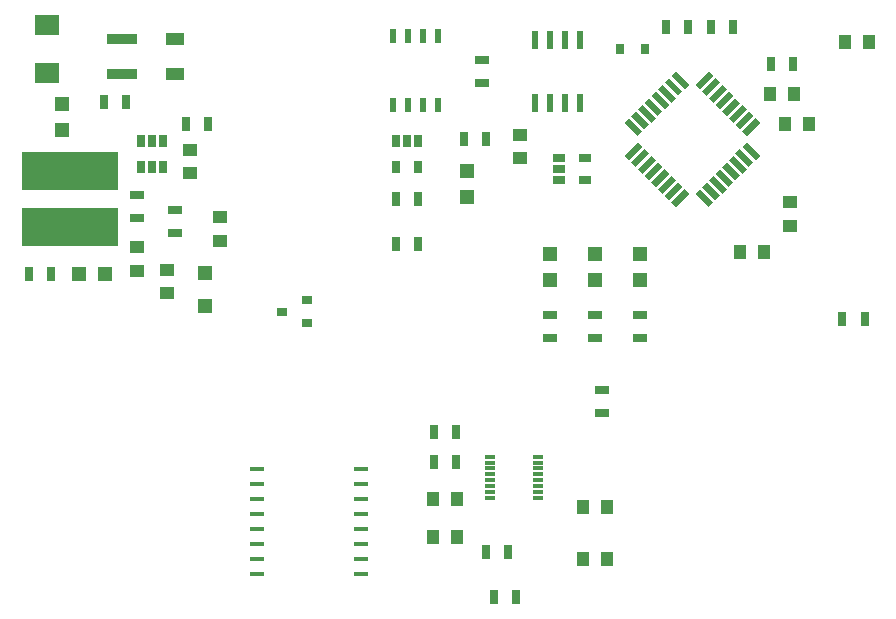
<source format=gtp>
G04 #@! TF.FileFunction,Paste,Top*
%FSLAX46Y46*%
G04 Gerber Fmt 4.6, Leading zero omitted, Abs format (unit mm)*
G04 Created by KiCad (PCBNEW 4.0.7-e2-6376~58~ubuntu14.04.1) date Thu Feb  8 20:55:41 2018*
%MOMM*%
%LPD*%
G01*
G04 APERTURE LIST*
%ADD10C,0.100000*%
%ADD11R,1.200000X0.300000*%
%ADD12R,0.889000X0.305000*%
%ADD13R,1.600000X1.000000*%
%ADD14R,1.000000X1.250000*%
%ADD15R,1.250000X1.000000*%
%ADD16R,1.200000X1.200000*%
%ADD17R,2.159000X1.778000*%
%ADD18R,2.500000X0.900000*%
%ADD19R,8.200000X3.300000*%
%ADD20R,0.900000X0.800000*%
%ADD21R,0.700000X1.300000*%
%ADD22R,1.300000X0.700000*%
%ADD23R,0.800000X0.900000*%
%ADD24R,0.600000X1.550000*%
%ADD25R,0.650000X1.060000*%
%ADD26R,1.060000X0.650000*%
%ADD27R,0.490000X1.270000*%
G04 APERTURE END LIST*
D10*
D11*
X154850000Y-116840000D03*
X146050000Y-107950000D03*
X146050000Y-109220000D03*
X146050000Y-110490000D03*
X146050000Y-111760000D03*
X146050000Y-113030000D03*
X146050000Y-114300000D03*
X146050000Y-115570000D03*
X146050000Y-116840000D03*
X154850000Y-115570000D03*
X154850000Y-114300000D03*
X154850000Y-113030000D03*
X154850000Y-111760000D03*
X154850000Y-110490000D03*
X154850000Y-109220000D03*
X154850000Y-107950000D03*
D12*
X169820000Y-110395000D03*
X169820000Y-109895000D03*
X169820000Y-109395000D03*
X169820000Y-108895000D03*
X169820000Y-108395000D03*
X169820000Y-107895000D03*
X169820000Y-107395000D03*
X169820000Y-106895000D03*
X165720001Y-106895000D03*
X165720001Y-107395000D03*
X165720001Y-107895000D03*
X165720001Y-108395000D03*
X165720001Y-108895000D03*
X165720001Y-109395000D03*
X165720001Y-109895000D03*
X165720001Y-110395000D03*
D13*
X139065000Y-74525000D03*
X139065000Y-71525000D03*
D14*
X192770000Y-78740000D03*
X190770000Y-78740000D03*
X189500000Y-76200000D03*
X191500000Y-76200000D03*
D15*
X168275000Y-79645000D03*
X168275000Y-81645000D03*
X140335000Y-82915000D03*
X140335000Y-80915000D03*
X135890000Y-89170000D03*
X135890000Y-91170000D03*
X191135000Y-85360000D03*
X191135000Y-87360000D03*
D14*
X186960000Y-89535000D03*
X188960000Y-89535000D03*
X197850000Y-71755000D03*
X195850000Y-71755000D03*
X173625000Y-111125000D03*
X175625000Y-111125000D03*
X173625000Y-115570000D03*
X175625000Y-115570000D03*
X160925000Y-110490000D03*
X162925000Y-110490000D03*
X160925000Y-113665000D03*
X162925000Y-113665000D03*
D16*
X129540000Y-79205000D03*
X129540000Y-77005000D03*
X130980000Y-91440000D03*
X133180000Y-91440000D03*
X141605000Y-91310000D03*
X141605000Y-94110000D03*
D17*
X128270000Y-70358000D03*
X128270000Y-74422000D03*
D16*
X170815000Y-89705000D03*
X170815000Y-91905000D03*
X174625000Y-89705000D03*
X174625000Y-91905000D03*
X178435000Y-89705000D03*
X178435000Y-91905000D03*
X163830000Y-82720000D03*
X163830000Y-84920000D03*
D18*
X134620000Y-71575000D03*
X134620000Y-74475000D03*
D10*
G36*
X177523666Y-81795445D02*
X177134757Y-81406536D01*
X178266128Y-80275165D01*
X178655037Y-80664074D01*
X177523666Y-81795445D01*
X177523666Y-81795445D01*
G37*
G36*
X178089352Y-82361130D02*
X177700443Y-81972221D01*
X178831814Y-80840850D01*
X179220723Y-81229759D01*
X178089352Y-82361130D01*
X178089352Y-82361130D01*
G37*
G36*
X178655037Y-82926816D02*
X178266128Y-82537907D01*
X179397499Y-81406536D01*
X179786408Y-81795445D01*
X178655037Y-82926816D01*
X178655037Y-82926816D01*
G37*
G36*
X179220722Y-83492501D02*
X178831813Y-83103592D01*
X179963184Y-81972221D01*
X180352093Y-82361130D01*
X179220722Y-83492501D01*
X179220722Y-83492501D01*
G37*
G36*
X179786408Y-84058187D02*
X179397499Y-83669278D01*
X180528870Y-82537907D01*
X180917779Y-82926816D01*
X179786408Y-84058187D01*
X179786408Y-84058187D01*
G37*
G36*
X180352093Y-84623872D02*
X179963184Y-84234963D01*
X181094555Y-83103592D01*
X181483464Y-83492501D01*
X180352093Y-84623872D01*
X180352093Y-84623872D01*
G37*
G36*
X180917779Y-85189557D02*
X180528870Y-84800648D01*
X181660241Y-83669277D01*
X182049150Y-84058186D01*
X180917779Y-85189557D01*
X180917779Y-85189557D01*
G37*
G36*
X181483464Y-85755243D02*
X181094555Y-85366334D01*
X182225926Y-84234963D01*
X182614835Y-84623872D01*
X181483464Y-85755243D01*
X181483464Y-85755243D01*
G37*
G36*
X184665445Y-85366334D02*
X184276536Y-85755243D01*
X183145165Y-84623872D01*
X183534074Y-84234963D01*
X184665445Y-85366334D01*
X184665445Y-85366334D01*
G37*
G36*
X185231130Y-84800648D02*
X184842221Y-85189557D01*
X183710850Y-84058186D01*
X184099759Y-83669277D01*
X185231130Y-84800648D01*
X185231130Y-84800648D01*
G37*
G36*
X185796816Y-84234963D02*
X185407907Y-84623872D01*
X184276536Y-83492501D01*
X184665445Y-83103592D01*
X185796816Y-84234963D01*
X185796816Y-84234963D01*
G37*
G36*
X186362501Y-83669278D02*
X185973592Y-84058187D01*
X184842221Y-82926816D01*
X185231130Y-82537907D01*
X186362501Y-83669278D01*
X186362501Y-83669278D01*
G37*
G36*
X186928187Y-83103592D02*
X186539278Y-83492501D01*
X185407907Y-82361130D01*
X185796816Y-81972221D01*
X186928187Y-83103592D01*
X186928187Y-83103592D01*
G37*
G36*
X187493872Y-82537907D02*
X187104963Y-82926816D01*
X185973592Y-81795445D01*
X186362501Y-81406536D01*
X187493872Y-82537907D01*
X187493872Y-82537907D01*
G37*
G36*
X188059557Y-81972221D02*
X187670648Y-82361130D01*
X186539277Y-81229759D01*
X186928186Y-80840850D01*
X188059557Y-81972221D01*
X188059557Y-81972221D01*
G37*
G36*
X188625243Y-81406536D02*
X188236334Y-81795445D01*
X187104963Y-80664074D01*
X187493872Y-80275165D01*
X188625243Y-81406536D01*
X188625243Y-81406536D01*
G37*
G36*
X187493872Y-79744835D02*
X187104963Y-79355926D01*
X188236334Y-78224555D01*
X188625243Y-78613464D01*
X187493872Y-79744835D01*
X187493872Y-79744835D01*
G37*
G36*
X186928186Y-79179150D02*
X186539277Y-78790241D01*
X187670648Y-77658870D01*
X188059557Y-78047779D01*
X186928186Y-79179150D01*
X186928186Y-79179150D01*
G37*
G36*
X186362501Y-78613464D02*
X185973592Y-78224555D01*
X187104963Y-77093184D01*
X187493872Y-77482093D01*
X186362501Y-78613464D01*
X186362501Y-78613464D01*
G37*
G36*
X185796816Y-78047779D02*
X185407907Y-77658870D01*
X186539278Y-76527499D01*
X186928187Y-76916408D01*
X185796816Y-78047779D01*
X185796816Y-78047779D01*
G37*
G36*
X185231130Y-77482093D02*
X184842221Y-77093184D01*
X185973592Y-75961813D01*
X186362501Y-76350722D01*
X185231130Y-77482093D01*
X185231130Y-77482093D01*
G37*
G36*
X184665445Y-76916408D02*
X184276536Y-76527499D01*
X185407907Y-75396128D01*
X185796816Y-75785037D01*
X184665445Y-76916408D01*
X184665445Y-76916408D01*
G37*
G36*
X184099759Y-76350723D02*
X183710850Y-75961814D01*
X184842221Y-74830443D01*
X185231130Y-75219352D01*
X184099759Y-76350723D01*
X184099759Y-76350723D01*
G37*
G36*
X183534074Y-75785037D02*
X183145165Y-75396128D01*
X184276536Y-74264757D01*
X184665445Y-74653666D01*
X183534074Y-75785037D01*
X183534074Y-75785037D01*
G37*
G36*
X182614835Y-75396128D02*
X182225926Y-75785037D01*
X181094555Y-74653666D01*
X181483464Y-74264757D01*
X182614835Y-75396128D01*
X182614835Y-75396128D01*
G37*
G36*
X182049150Y-75961814D02*
X181660241Y-76350723D01*
X180528870Y-75219352D01*
X180917779Y-74830443D01*
X182049150Y-75961814D01*
X182049150Y-75961814D01*
G37*
G36*
X181483464Y-76527499D02*
X181094555Y-76916408D01*
X179963184Y-75785037D01*
X180352093Y-75396128D01*
X181483464Y-76527499D01*
X181483464Y-76527499D01*
G37*
G36*
X180917779Y-77093184D02*
X180528870Y-77482093D01*
X179397499Y-76350722D01*
X179786408Y-75961813D01*
X180917779Y-77093184D01*
X180917779Y-77093184D01*
G37*
G36*
X180352093Y-77658870D02*
X179963184Y-78047779D01*
X178831813Y-76916408D01*
X179220722Y-76527499D01*
X180352093Y-77658870D01*
X180352093Y-77658870D01*
G37*
G36*
X179786408Y-78224555D02*
X179397499Y-78613464D01*
X178266128Y-77482093D01*
X178655037Y-77093184D01*
X179786408Y-78224555D01*
X179786408Y-78224555D01*
G37*
G36*
X179220723Y-78790241D02*
X178831814Y-79179150D01*
X177700443Y-78047779D01*
X178089352Y-77658870D01*
X179220723Y-78790241D01*
X179220723Y-78790241D01*
G37*
G36*
X178655037Y-79355926D02*
X178266128Y-79744835D01*
X177134757Y-78613464D01*
X177523666Y-78224555D01*
X178655037Y-79355926D01*
X178655037Y-79355926D01*
G37*
D19*
X130175000Y-82740000D03*
X130175000Y-87440000D03*
D20*
X150275000Y-95565000D03*
X150275000Y-93665000D03*
X148175000Y-94615000D03*
D21*
X134935000Y-76835000D03*
X133035000Y-76835000D03*
X186370000Y-70485000D03*
X184470000Y-70485000D03*
X182560000Y-70485000D03*
X180660000Y-70485000D03*
X140020000Y-78740000D03*
X141920000Y-78740000D03*
X191450000Y-73660000D03*
X189550000Y-73660000D03*
D22*
X139065000Y-86045000D03*
X139065000Y-87945000D03*
X135890000Y-84775000D03*
X135890000Y-86675000D03*
D21*
X126685000Y-91440000D03*
X128585000Y-91440000D03*
D23*
X176750000Y-72390000D03*
X178850000Y-72390000D03*
D22*
X170815000Y-94935000D03*
X170815000Y-96835000D03*
X174625000Y-94935000D03*
X174625000Y-96835000D03*
X178435000Y-94935000D03*
X178435000Y-96835000D03*
X165100000Y-73345000D03*
X165100000Y-75245000D03*
D21*
X159700000Y-85090000D03*
X157800000Y-85090000D03*
X157800000Y-88900000D03*
X159700000Y-88900000D03*
X163515000Y-80010000D03*
X165415000Y-80010000D03*
D22*
X175260000Y-103185000D03*
X175260000Y-101285000D03*
D21*
X165420000Y-114935000D03*
X167320000Y-114935000D03*
X166055000Y-118745000D03*
X167955000Y-118745000D03*
X162875000Y-107315000D03*
X160975000Y-107315000D03*
X160975000Y-104775000D03*
X162875000Y-104775000D03*
D24*
X169545000Y-76995000D03*
X170815000Y-76995000D03*
X172085000Y-76995000D03*
X173355000Y-76995000D03*
X173355000Y-71595000D03*
X172085000Y-71595000D03*
X170815000Y-71595000D03*
X169545000Y-71595000D03*
D25*
X138110000Y-80180000D03*
X137160000Y-80180000D03*
X136210000Y-80180000D03*
X136210000Y-82380000D03*
X138110000Y-82380000D03*
X137160000Y-82380000D03*
D26*
X171620000Y-81600000D03*
X171620000Y-82550000D03*
X171620000Y-83500000D03*
X173820000Y-83500000D03*
X173820000Y-81600000D03*
D27*
X161325000Y-71295000D03*
X160055000Y-71295000D03*
X158785000Y-71295000D03*
X157515000Y-71295000D03*
X157515000Y-77095000D03*
X158785000Y-77095000D03*
X160055000Y-77095000D03*
X161325000Y-77095000D03*
D25*
X159700000Y-80180000D03*
X158750000Y-80180000D03*
X157800000Y-80180000D03*
X157800000Y-82380000D03*
X159700000Y-82380000D03*
D15*
X138430000Y-91075000D03*
X138430000Y-93075000D03*
X142875000Y-88630000D03*
X142875000Y-86630000D03*
D21*
X195585000Y-95250000D03*
X197485000Y-95250000D03*
M02*

</source>
